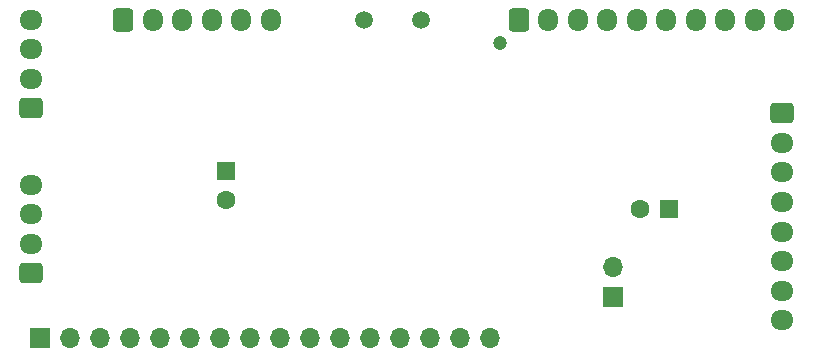
<source format=gbr>
%TF.GenerationSoftware,KiCad,Pcbnew,(6.0.5)*%
%TF.CreationDate,2022-06-13T21:30:09+05:30*%
%TF.ProjectId,pcb-dev-dsPIC30F3011,7063622d-6465-4762-9d64-735049433330,rev?*%
%TF.SameCoordinates,Original*%
%TF.FileFunction,Soldermask,Bot*%
%TF.FilePolarity,Negative*%
%FSLAX46Y46*%
G04 Gerber Fmt 4.6, Leading zero omitted, Abs format (unit mm)*
G04 Created by KiCad (PCBNEW (6.0.5)) date 2022-06-13 21:30:09*
%MOMM*%
%LPD*%
G01*
G04 APERTURE LIST*
G04 Aperture macros list*
%AMRoundRect*
0 Rectangle with rounded corners*
0 $1 Rounding radius*
0 $2 $3 $4 $5 $6 $7 $8 $9 X,Y pos of 4 corners*
0 Add a 4 corners polygon primitive as box body*
4,1,4,$2,$3,$4,$5,$6,$7,$8,$9,$2,$3,0*
0 Add four circle primitives for the rounded corners*
1,1,$1+$1,$2,$3*
1,1,$1+$1,$4,$5*
1,1,$1+$1,$6,$7*
1,1,$1+$1,$8,$9*
0 Add four rect primitives between the rounded corners*
20,1,$1+$1,$2,$3,$4,$5,0*
20,1,$1+$1,$4,$5,$6,$7,0*
20,1,$1+$1,$6,$7,$8,$9,0*
20,1,$1+$1,$8,$9,$2,$3,0*%
G04 Aperture macros list end*
%ADD10C,1.500000*%
%ADD11R,1.700000X1.700000*%
%ADD12O,1.700000X1.700000*%
%ADD13C,1.200000*%
%ADD14RoundRect,0.250000X-0.600000X-0.725000X0.600000X-0.725000X0.600000X0.725000X-0.600000X0.725000X0*%
%ADD15O,1.700000X1.950000*%
%ADD16RoundRect,0.250000X0.725000X-0.600000X0.725000X0.600000X-0.725000X0.600000X-0.725000X-0.600000X0*%
%ADD17O,1.950000X1.700000*%
%ADD18R,1.600000X1.600000*%
%ADD19C,1.600000*%
%ADD20RoundRect,0.250000X-0.725000X0.600000X-0.725000X-0.600000X0.725000X-0.600000X0.725000X0.600000X0*%
G04 APERTURE END LIST*
D10*
%TO.C,Y1*%
X160000000Y-115000000D03*
X155120000Y-115000000D03*
%TD*%
D11*
%TO.C,JP1*%
X176275000Y-138450000D03*
D12*
X176275000Y-135910000D03*
%TD*%
D13*
%TO.C,J4*%
X166650000Y-117000000D03*
D14*
X168250000Y-115000000D03*
D15*
X170750000Y-115000000D03*
X173250000Y-115000000D03*
X175750000Y-115000000D03*
X178250000Y-115000000D03*
X180750000Y-115000000D03*
X183250000Y-115000000D03*
X185750000Y-115000000D03*
X188250000Y-115000000D03*
X190750000Y-115000000D03*
%TD*%
D16*
%TO.C,J2*%
X127000000Y-122500000D03*
D17*
X127000000Y-120000000D03*
X127000000Y-117500000D03*
X127000000Y-115000000D03*
%TD*%
D14*
%TO.C,J1*%
X134750000Y-115000000D03*
D15*
X137250000Y-115000000D03*
X139750000Y-115000000D03*
X142250000Y-115000000D03*
X144750000Y-115000000D03*
X147250000Y-115000000D03*
%TD*%
D18*
%TO.C,C4*%
X143500000Y-127794888D03*
D19*
X143500000Y-130294888D03*
%TD*%
D20*
%TO.C,J6*%
X190525000Y-122950000D03*
D17*
X190525000Y-125450000D03*
X190525000Y-127950000D03*
X190525000Y-130450000D03*
X190525000Y-132950000D03*
X190525000Y-135450000D03*
X190525000Y-137950000D03*
X190525000Y-140450000D03*
%TD*%
D16*
%TO.C,J3*%
X126950000Y-136500000D03*
D17*
X126950000Y-134000000D03*
X126950000Y-131500000D03*
X126950000Y-129000000D03*
%TD*%
D18*
%TO.C,C3*%
X181000000Y-131000000D03*
D19*
X178500000Y-131000000D03*
%TD*%
D11*
%TO.C,J5*%
X127720000Y-142000000D03*
D12*
X130260000Y-142000000D03*
X132800000Y-142000000D03*
X135340000Y-142000000D03*
X137880000Y-142000000D03*
X140420000Y-142000000D03*
X142960000Y-142000000D03*
X145500000Y-142000000D03*
X148040000Y-142000000D03*
X150580000Y-142000000D03*
X153120000Y-142000000D03*
X155660000Y-142000000D03*
X158200000Y-142000000D03*
X160740000Y-142000000D03*
X163280000Y-142000000D03*
X165820000Y-142000000D03*
%TD*%
M02*

</source>
